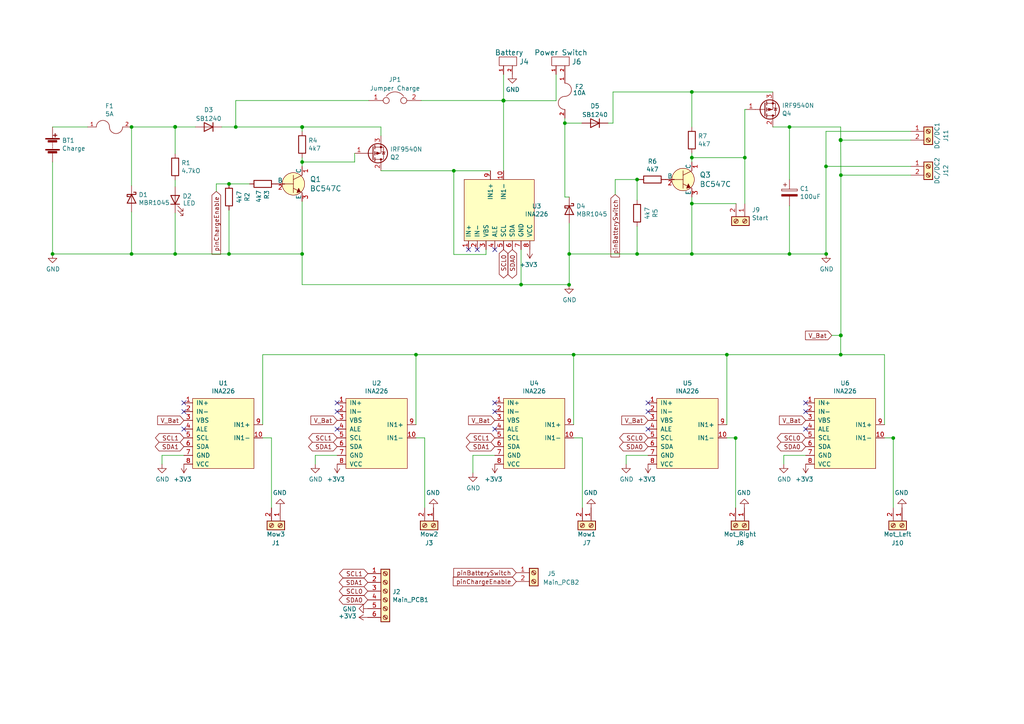
<source format=kicad_sch>
(kicad_sch (version 20211123) (generator eeschema)
  (paper "A4")
  (title_block (title "PowerPCB") (date "2023-04-12") (rev "v1.08") (comment 1 "Redesign by S.D original by Bernard") (comment 2 "Designed for TeensyMower"))
  (lib_symbols
    (symbol "Connector:Screw_Terminal_01x02" (pin_names (offset 1.016) hide)
      (property "Reference" "J" (at 0 2.54 0))
      (property "Value" "Screw_Terminal_01x02" (at 0 -5.08 0))
      (symbol "Screw_Terminal_01x02_1_1"
        (rectangle (start -1.27 1.27) (end 1.27 -3.81) (stroke (width 0.254)) (fill (type background)))
        (circle (center 0 -2.54) (radius 0.635) (stroke (width 0.1524)))
        (polyline (pts (xy -0.5334 -2.2098) (xy 0.3302 -3.048)) (stroke (width 0.1524)))
        (polyline (pts (xy -0.5334 0.3302) (xy 0.3302 -0.508)) (stroke (width 0.1524)))
        (polyline (pts (xy -0.3556 -2.032) (xy 0.508 -2.8702)) (stroke (width 0.1524)))
        (polyline (pts (xy -0.3556 0.508) (xy 0.508 -0.3302)) (stroke (width 0.1524)))
        (circle (center 0 0) (radius 0.635) (stroke (width 0.1524)))
        (pin passive line (at -5.08 0 0) (length 3.81) (name "Pin_1") (number "1"))
        (pin passive line (at -5.08 -2.54 0) (length 3.81) (name "Pin_2") (number "2"))
      )
    )
    (symbol "Connector:Screw_Terminal_01x06" (pin_names (offset 1.016) hide)
      (property "Reference" "J" (at 0 7.62 0))
      (property "Value" "Screw_Terminal_01x06" (at 0 -10.16 0))
      (symbol "Screw_Terminal_01x06_1_1"
        (rectangle (start -1.27 6.35) (end 1.27 -8.89) (stroke (width 0.254)) (fill (type background)))
        (circle (center 0 -7.62) (radius 0.635) (stroke (width 0.1524)))
        (circle (center 0 -5.08) (radius 0.635) (stroke (width 0.1524)))
        (circle (center 0 -2.54) (radius 0.635) (stroke (width 0.1524)))
        (polyline (pts (xy -0.5334 -7.2898) (xy 0.3302 -8.128)) (stroke (width 0.1524)))
        (polyline (pts (xy -0.5334 -4.7498) (xy 0.3302 -5.588)) (stroke (width 0.1524)))
        (polyline (pts (xy -0.5334 -2.2098) (xy 0.3302 -3.048)) (stroke (width 0.1524)))
        (polyline (pts (xy -0.5334 0.3302) (xy 0.3302 -0.508)) (stroke (width 0.1524)))
        (polyline (pts (xy -0.5334 2.8702) (xy 0.3302 2.032)) (stroke (width 0.1524)))
        (polyline (pts (xy -0.5334 5.4102) (xy 0.3302 4.572)) (stroke (width 0.1524)))
        (polyline (pts (xy -0.3556 -7.112) (xy 0.508 -7.9502)) (stroke (width 0.1524)))
        (polyline (pts (xy -0.3556 -4.572) (xy 0.508 -5.4102)) (stroke (width 0.1524)))
        (polyline (pts (xy -0.3556 -2.032) (xy 0.508 -2.8702)) (stroke (width 0.1524)))
        (polyline (pts (xy -0.3556 0.508) (xy 0.508 -0.3302)) (stroke (width 0.1524)))
        (polyline (pts (xy -0.3556 3.048) (xy 0.508 2.2098)) (stroke (width 0.1524)))
        (polyline (pts (xy -0.3556 5.588) (xy 0.508 4.7498)) (stroke (width 0.1524)))
        (circle (center 0 0) (radius 0.635) (stroke (width 0.1524)))
        (circle (center 0 2.54) (radius 0.635) (stroke (width 0.1524)))
        (circle (center 0 5.08) (radius 0.635) (stroke (width 0.1524)))
        (pin passive line (at -5.08 5.08 0) (length 3.81) (name "Pin_1") (number "1"))
        (pin passive line (at -5.08 2.54 0) (length 3.81) (name "Pin_2") (number "2"))
        (pin passive line (at -5.08 0 0) (length 3.81) (name "Pin_3") (number "3"))
        (pin passive line (at -5.08 -2.54 0) (length 3.81) (name "Pin_4") (number "4"))
        (pin passive line (at -5.08 -5.08 0) (length 3.81) (name "Pin_5") (number "5"))
        (pin passive line (at -5.08 -7.62 0) (length 3.81) (name "Pin_6") (number "6"))
      )
    )
    (symbol "Device:Battery" (pin_numbers hide) (pin_names (offset 0) hide)
      (property "Reference" "BT" (at 2.54 2.54 0))
      (property "Value" "Battery" (at 2.54 0 0))
      (symbol "Battery_0_1"
        (rectangle (start -2.032 -1.397) (end 2.032 -1.651) (fill (type outline)))
        (rectangle (start -2.032 1.778) (end 2.032 1.524) (fill (type outline)))
        (rectangle (start -1.3208 -1.9812) (end 1.27 -2.4892) (fill (type outline)))
        (rectangle (start -1.3208 1.1938) (end 1.27 0.6858) (fill (type outline)))
        (polyline (pts (xy 0 -1.524) (xy 0 -1.27)))
        (polyline (pts (xy 0 -1.016) (xy 0 -0.762)))
        (polyline (pts (xy 0 -0.508) (xy 0 -0.254)))
        (polyline (pts (xy 0 0) (xy 0 0.254)))
        (polyline (pts (xy 0 0.508) (xy 0 0.762)))
        (polyline (pts (xy 0 1.778) (xy 0 2.54)))
        (polyline (pts (xy 0.254 2.667) (xy 1.27 2.667)) (stroke (width 0.254)))
        (polyline (pts (xy 0.762 3.175) (xy 0.762 2.159)) (stroke (width 0.254)))
      )
      (symbol "Battery_1_1"
        (pin passive line (at 0 5.08 270) (length 2.54) (name "+") (number "1"))
        (pin passive line (at 0 -5.08 90) (length 2.54) (name "-") (number "2"))
      )
    )
    (symbol "Device:CP" (pin_numbers hide) (pin_names (offset 0.254))
      (property "Reference" "C" (at 0.635 2.54 0))
      (property "Value" "CP" (at 0.635 -2.54 0))
      (symbol "CP_0_1"
        (rectangle (start -2.286 0.508) (end 2.286 1.016))
        (polyline (pts (xy -1.778 2.286) (xy -0.762 2.286)))
        (polyline (pts (xy -1.27 2.794) (xy -1.27 1.778)))
        (rectangle (start 2.286 -0.508) (end -2.286 -1.016) (fill (type outline)))
      )
      (symbol "CP_1_1"
        (pin passive line (at 0 3.81 270) (length 2.794) (name "~") (number "1"))
        (pin passive line (at 0 -3.81 90) (length 2.794) (name "~") (number "2"))
      )
    )
    (symbol "Device:Jumper" (pin_names (offset 0.762) hide)
      (property "Reference" "JP" (at 0 3.81 0))
      (property "Value" "Jumper" (at 0 -2.032 0))
      (symbol "Jumper_0_1"
        (circle (center -2.54 0) (radius 0.889))
        (arc (start 2.5146 1.27) (mid 0.0078 2.5097) (end -2.4892 1.27))
        (circle (center 2.54 0) (radius 0.889))
        (pin passive line (at -7.62 0 0) (length 4.191) (name "1") (number "1"))
        (pin passive line (at 7.62 0 180) (length 4.191) (name "2") (number "2"))
      )
    )
    (symbol "Device:LED" (pin_numbers hide) (pin_names (offset 1.016) hide)
      (property "Reference" "D" (at 0 2.54 0))
      (property "Value" "LED" (at 0 -2.54 0))
      (symbol "LED_0_1"
        (polyline (pts (xy -1.27 -1.27) (xy -1.27 1.27)) (stroke (width 0.254)))
        (polyline (pts (xy -1.27 0) (xy 1.27 0)))
        (polyline (pts (xy 1.27 -1.27) (xy 1.27 1.27) (xy -1.27 0) (xy 1.27 -1.27)) (stroke (width 0.254)))
        (polyline (pts (xy -3.048 -0.762) (xy -4.572 -2.286) (xy -3.81 -2.286) (xy -4.572 -2.286) (xy -4.572 -1.524)))
        (polyline (pts (xy -1.778 -0.762) (xy -3.302 -2.286) (xy -2.54 -2.286) (xy -3.302 -2.286) (xy -3.302 -1.524)))
      )
      (symbol "LED_1_1"
        (pin passive line (at -3.81 0 0) (length 2.54) (name "K") (number "1"))
        (pin passive line (at 3.81 0 180) (length 2.54) (name "A") (number "2"))
      )
    )
    (symbol "Device:R" (pin_numbers hide) (pin_names (offset 0))
      (property "Reference" "R" (at 2.032 0 90))
      (property "Value" "R" (at 0 0 90))
      (symbol "R_0_1"
        (rectangle (start -1.016 -2.54) (end 1.016 2.54) (stroke (width 0.254)))
      )
      (symbol "R_1_1"
        (pin passive line (at 0 3.81 270) (length 1.27) (name "~") (number "1"))
        (pin passive line (at 0 -3.81 90) (length 1.27) (name "~") (number "2"))
      )
    )
    (symbol "Diode:1N5401" (pin_numbers hide) (pin_names (offset 1.016) hide)
      (property "Reference" "D" (at 0 2.54 0))
      (property "Value" "1N5401" (at 0 -2.54 0))
      (symbol "1N5401_0_1"
        (polyline (pts (xy -1.27 1.27) (xy -1.27 -1.27)) (stroke (width 0.254)))
        (polyline (pts (xy 1.27 0) (xy -1.27 0)))
        (polyline (pts (xy 1.27 1.27) (xy 1.27 -1.27) (xy -1.27 0) (xy 1.27 1.27)) (stroke (width 0.254)))
      )
      (symbol "1N5401_1_1"
        (pin passive line (at -3.81 0 0) (length 2.54) (name "K") (number "1"))
        (pin passive line (at 3.81 0 180) (length 2.54) (name "A") (number "2"))
      )
    )
    (symbol "Diode:MBR745" (pin_numbers hide) (pin_names (offset 1.016) hide)
      (property "Reference" "D" (at 0 2.54 0))
      (property "Value" "MBR745" (at 0 -2.54 0))
      (symbol "MBR745_0_1"
        (polyline (pts (xy 1.27 0) (xy -1.27 0)))
        (polyline (pts (xy 1.27 1.27) (xy 1.27 -1.27) (xy -1.27 0) (xy 1.27 1.27)) (stroke (width 0.254)))
        (polyline (pts (xy -1.905 0.635) (xy -1.905 1.27) (xy -1.27 1.27) (xy -1.27 -1.27) (xy -0.635 -1.27) (xy -0.635 -0.635)) (stroke (width 0.254)))
      )
      (symbol "MBR745_1_1"
        (pin passive line (at -3.81 0 0) (length 2.54) (name "K") (number "1"))
        (pin passive line (at 3.81 0 180) (length 2.54) (name "A") (number "2"))
      )
    )
    (symbol "Mechanical:MountingHole_Pad" (pin_numbers hide) (pin_names (offset 1.016) hide)
      (property "Reference" "H" (at 0 6.35 0))
      (property "Value" "MountingHole_Pad" (at 0 4.445 0))
      (symbol "MountingHole_Pad_0_1"
        (circle (center 0 1.27) (radius 1.27) (stroke (width 1.27)))
      )
      (symbol "MountingHole_Pad_1_1"
        (pin input line (at 0 -2.54 90) (length 2.54) (name "1") (number "1"))
      )
    )
    (symbol "Transistor_FET:IRF9540N" (pin_names hide)
      (property "Reference" "Q" (at 5.08 1.905 0))
      (property "Value" "IRF9540N" (at 5.08 0 0))
      (symbol "IRF9540N_0_1"
        (polyline (pts (xy 0.254 0) (xy -2.54 0)))
        (polyline (pts (xy 0.254 1.905) (xy 0.254 -1.905)) (stroke (width 0.254)))
        (polyline (pts (xy 0.762 -1.27) (xy 0.762 -2.286)) (stroke (width 0.254)))
        (polyline (pts (xy 0.762 0.508) (xy 0.762 -0.508)) (stroke (width 0.254)))
        (polyline (pts (xy 0.762 2.286) (xy 0.762 1.27)) (stroke (width 0.254)))
        (polyline (pts (xy 2.54 2.54) (xy 2.54 1.778)))
        (polyline (pts (xy 2.54 -2.54) (xy 2.54 0) (xy 0.762 0)))
        (polyline (pts (xy 0.762 1.778) (xy 3.302 1.778) (xy 3.302 -1.778) (xy 0.762 -1.778)))
        (polyline (pts (xy 2.286 0) (xy 1.27 0.381) (xy 1.27 -0.381) (xy 2.286 0)) (fill (type outline)))
        (polyline (pts (xy 2.794 -0.508) (xy 2.921 -0.381) (xy 3.683 -0.381) (xy 3.81 -0.254)))
        (polyline (pts (xy 3.302 -0.381) (xy 2.921 0.254) (xy 3.683 0.254) (xy 3.302 -0.381)))
        (circle (center 1.651 0) (radius 2.794) (stroke (width 0.254)))
        (circle (center 2.54 -1.778) (radius 0.254) (fill (type outline)))
        (circle (center 2.54 1.778) (radius 0.254) (fill (type outline)))
      )
      (symbol "IRF9540N_1_1"
        (pin input line (at -5.08 0 0) (length 2.54) (name "G") (number "1"))
        (pin passive line (at 2.54 5.08 270) (length 2.54) (name "D") (number "2"))
        (pin passive line (at 2.54 -5.08 90) (length 2.54) (name "S") (number "3"))
      )
    )
    (symbol "charge_pcb-rescue:BC548BTA-dk_Transistors-Bipolar-BJT-Single-charge_pcb-rescue" (pin_names (offset 0))
      (property "Reference" "Q" (at -3.2004 4.2164 0))
      (property "Value" "BC548BTA-dk_Transistors-Bipolar-BJT-Single-charge_pcb-rescue" (at 5.2324 0 90))
      (symbol "BC548BTA-dk_Transistors-Bipolar-BJT-Single-charge_pcb-rescue_0_1"
        (polyline (pts (xy -3.81 0) (xy -2.54 0)))
        (polyline (pts (xy -3.556 0) (xy 0 0)))
        (polyline (pts (xy 0 -1.27) (xy 2.54 -2.54)))
        (polyline (pts (xy 0 1.27) (xy 2.54 2.54)))
        (polyline (pts (xy 0 2.54) (xy 0 -2.54)))
        (polyline (pts (xy 1.524 -1.27) (xy 2.032 -2.286) (xy 1.016 -2.54) (xy 1.524 -1.27)) (fill (type outline)))
        (circle (center 0 0) (radius 3.2512) (fill (type background)))
      )
      (symbol "BC548BTA-dk_Transistors-Bipolar-BJT-Single-charge_pcb-rescue_1_1"
        (pin passive line (at 2.54 5.08 270) (length 2.54) (name "C") (number "1"))
        (pin input line (at -5.08 0 0) (length 2.54) (name "B") (number "2"))
        (pin passive line (at 2.54 -5.08 90) (length 2.54) (name "E") (number "3"))
      )
    )
    (symbol "charge_pcb-rescue:FUSE-Zimprich-charge_pcb-rescue" (pin_names (offset 0.254))
      (property "Reference" "F" (at 2.54 1.27 0))
      (property "Value" "FUSE-Zimprich-charge_pcb-rescue" (at -2.54 -1.27 0))
      (symbol "FUSE-Zimprich-charge_pcb-rescue_0_1"
        (arc (start 0 0) (mid -1.905 1.905) (end -3.81 0))
        (arc (start 0 0) (mid 1.905 -1.905) (end 3.81 0))
      )
      (symbol "FUSE-Zimprich-charge_pcb-rescue_1_1"
        (pin input line (at -6.35 0 0) (length 2.54) (name "~") (number "1"))
        (pin input line (at 6.35 0 180) (length 2.54) (name "~") (number "2"))
      )
    )
    (symbol "charge_pcb-rescue:GND-Lötpad_2,5mm-charge_pcb-rescue" (power) (pin_names (offset 0))
      (property "Value" "GND-Lötpad_2,5mm-charge_pcb-rescue" (at 0 -3.81 0))
      (symbol "GND-Lötpad_2,5mm-charge_pcb-rescue_0_1"
        (polyline (pts (xy 0 0) (xy 0 -1.27) (xy 1.27 -1.27) (xy 0 -2.54) (xy -1.27 -1.27) (xy 0 -1.27)))
      )
      (symbol "GND-Lötpad_2,5mm-charge_pcb-rescue_1_1"
        (pin power_in line (at 0 0 270) (length 0) hide (name "GND") (number "1"))
      )
    )
    (symbol "charge_pcb-rescue:HEADER_2-Zimprich-charge_pcb-rescue" (pin_names (offset 0))
      (property "Reference" "J" (at 0 3.81 0))
      (property "Value" "HEADER_2-Zimprich-charge_pcb-rescue" (at 0 -3.81 0))
      (symbol "HEADER_2-Zimprich-charge_pcb-rescue_0_1"
        (rectangle (start 2.54 2.54) (end 0 -2.54))
      )
      (symbol "HEADER_2-Zimprich-charge_pcb-rescue_1_1"
        (pin passive line (at -2.54 1.27 0) (length 2.54) (name "~") (number "1"))
        (pin passive line (at -2.54 -1.27 0) (length 2.54) (name "~") (number "2"))
      )
    )
    (symbol "charge_pcb-rescue:INA226-Sense_I2C" (pin_names (offset 1.016))
      (property "Reference" "U" (at 0 11.43 0))
      (property "Value" "INA226-Sense_I2C" (at 3.81 -6.35 0))
      (symbol "INA226-Sense_I2C_0_1"
        (rectangle (start 8.89 -10.16) (end -8.89 10.16) (fill (type background)))
      )
      (symbol "INA226-Sense_I2C_1_1"
        (pin input line (at -11.43 8.89 0) (length 2.54) (name "IN+") (number "1"))
        (pin input line (at 11.43 -1.27 180) (length 2.54) (name "IN1-") (number "10"))
        (pin input line (at -11.43 6.35 0) (length 2.54) (name "IN-") (number "2"))
        (pin input line (at -11.43 3.81 0) (length 2.54) (name "VBS") (number "3"))
        (pin input line (at -11.43 1.27 0) (length 2.54) (name "ALE") (number "4"))
        (pin bidirectional line (at -11.43 -1.27 0) (length 2.54) (name "SCL") (number "5"))
        (pin bidirectional line (at -11.43 -3.81 0) (length 2.54) (name "SDA") (number "6"))
        (pin input line (at -11.43 -6.35 0) (length 2.54) (name "GND") (number "7"))
        (pin input line (at -11.43 -8.89 0) (length 2.54) (name "VCC") (number "8"))
        (pin input line (at 11.43 2.54 180) (length 2.54) (name "IN1+") (number "9"))
      )
    )
    (symbol "power:+3.3V" (power) (pin_names (offset 0))
      (property "Value" "+3.3V" (at 0 3.556 0))
      (symbol "+3.3V_0_1"
        (polyline (pts (xy -0.762 1.27) (xy 0 2.54)))
        (polyline (pts (xy 0 0) (xy 0 2.54)))
        (polyline (pts (xy 0 2.54) (xy 0.762 1.27)))
      )
      (symbol "+3.3V_1_1"
        (pin power_in line (at 0 0 90) (length 0) hide (name "+3V3") (number "1"))
      )
    )
    (symbol "power:+3V3" (power) (pin_names (offset 0))
      (property "Value" "+3V3" (at 0 3.556 0))
      (symbol "+3V3_0_1"
        (polyline (pts (xy -0.762 1.27) (xy 0 2.54)))
        (polyline (pts (xy 0 0) (xy 0 2.54)))
        (polyline (pts (xy 0 2.54) (xy 0.762 1.27)))
      )
      (symbol "+3V3_1_1"
        (pin power_in line (at 0 0 90) (length 0) hide (name "+3V3") (number "1"))
      )
    )
    (symbol "power:GND" (power) (pin_names (offset 0))
      (property "Value" "GND" (at 0 -3.81 0))
      (symbol "GND_0_1"
        (polyline (pts (xy 0 0) (xy 0 -1.27) (xy 1.27 -1.27) (xy 0 -2.54) (xy -1.27 -1.27) (xy 0 -1.27)))
      )
      (symbol "GND_1_1"
        (pin power_in line (at 0 0 270) (length 0) hide (name "GND") (number "1"))
      )
    )
  )
  (junction (at 15.24 73.66))
  (junction (at 38.1508 73.66))
  (junction (at 213.36 127.0508))
  (junction (at 38.1508 36.83))
  (junction (at 243.8908 97.282))
  (junction (at 146.05 29.21))
  (junction (at 210.82 102.87))
  (junction (at 66.421 73.66))
  (junction (at 200.66 45.72))
  (junction (at 200.66 26.67))
  (junction (at 165.1 73.66))
  (junction (at 87.63 73.66))
  (junction (at 145.9992 29.1592))
  (junction (at 165.0492 82.6008))
  (junction (at 87.63 36.83))
  (junction (at 166.37 102.87))
  (junction (at 243.84 40.64))
  (junction (at 239.6236 73.66))
  (junction (at 87.63 46.99))
  (junction (at 239.5728 48.26))
  (junction (at 163.83 35.7124))
  (junction (at 68.3768 36.83))
  (junction (at 120.65 102.87))
  (junction (at 66.421 53.34))
  (junction (at 259.08 127.0508))
  (junction (at 228.981 73.66))
  (junction (at 243.84 40.6908))
  (junction (at 243.8908 50.8))
  (junction (at 50.8 73.66))
  (junction (at 228.981 36.83))
  (junction (at 87.63 36.8808))
  (junction (at 243.84 40.5892))
  (junction (at 200.66 59.055))
  (junction (at 243.7892 40.5892))
  (junction (at 131.6228 49.53))
  (junction (at 243.84 97.282))
  (junction (at 50.8 36.7792))
  (junction (at 184.785 52.07))
  (junction (at 216.027 45.72))
  (junction (at 50.8 36.83))
  (junction (at 151.13 82.55))
  (junction (at 243.84 102.87))
  (junction (at 146.05 29.1592))
  (junction (at 200.66 73.66))
  (junction (at 184.785 73.66))
  (no_connect (at 187.96 119.38))
  (no_connect (at 233.68 124.46))
  (no_connect (at 97.79 124.46))
  (no_connect (at 53.34 119.38))
  (no_connect (at 53.34 124.46))
  (no_connect (at 187.96 124.46))
  (no_connect (at 138.43 72.39))
  (no_connect (at 135.89 72.39))
  (no_connect (at 233.68 119.38))
  (no_connect (at 143.51 72.39))
  (no_connect (at 187.96 116.84))
  (no_connect (at 143.51 119.38))
  (no_connect (at 97.79 119.38))
  (no_connect (at 143.51 116.84))
  (no_connect (at 233.68 116.84))
  (no_connect (at 97.79 116.84))
  (no_connect (at 53.34 116.84))
  (no_connect (at 143.51 124.46))
  (wire (pts (xy 163.83 35.7124) (xy 168.7576 35.7124)))
  (wire (pts (xy 66.421 53.34) (xy 72.39 53.34)))
  (wire (pts (xy 131.6228 73.8124) (xy 140.97 73.8124)))
  (wire (pts (xy 66.421 60.96) (xy 66.421 73.66)))
  (wire (pts (xy 87.63 46.99) (xy 87.63 48.26)))
  (wire (pts (xy 210.82 127) (xy 213.36 127)))
  (wire (pts (xy 131.6228 49.53) (xy 142.24 49.53)))
  (wire (pts (xy 66.421 73.66) (xy 87.63 73.66)))
  (wire (pts (xy 184.785 52.07) (xy 178.435 52.07)))
  (wire (pts (xy 200.66 73.66) (xy 228.981 73.66)))
  (wire (pts (xy 97.79 132.08) (xy 91.44 132.08)))
  (wire (pts (xy 87.63 82.55) (xy 151.13 82.55)))
  (wire (pts (xy 38.1508 53.848) (xy 38.1508 36.83)))
  (wire (pts (xy 243.8908 50.8) (xy 264.16 50.8)))
  (wire (pts (xy 243.84 40.64) (xy 243.84 40.6908)))
  (wire (pts (xy 38.1508 36.83) (xy 50.8 36.83)))
  (wire (pts (xy 64.3128 36.83) (xy 68.3768 36.83)))
  (wire (pts (xy 213.36 127.0508) (xy 213.36 147.32)))
  (wire (pts (xy 163.83 34.29) (xy 163.83 35.7124)))
  (wire (pts (xy 166.37 102.87) (xy 210.82 102.87)))
  (wire (pts (xy 146.05 29.1592) (xy 146.05 29.21)))
  (wire (pts (xy 264.16 48.26) (xy 239.5728 48.26)))
  (wire (pts (xy 228.981 36.83) (xy 243.84 36.83)))
  (wire (pts (xy 15.24 73.66) (xy 38.1508 73.66)))
  (wire (pts (xy 50.8 36.83) (xy 56.6928 36.83)))
  (wire (pts (xy 87.63 36.83) (xy 110.49 36.83)))
  (wire (pts (xy 241.2492 97.282) (xy 243.84 97.282)))
  (wire (pts (xy 216.535 31.75) (xy 216.027 31.75)))
  (wire (pts (xy 50.8 61.7728) (xy 50.8 73.66)))
  (wire (pts (xy 184.785 65.659) (xy 184.785 73.66)))
  (wire (pts (xy 53.34 132.08) (xy 46.99 132.08)))
  (wire (pts (xy 200.66 26.67) (xy 200.66 36.83)))
  (wire (pts (xy 140.97 73.8124) (xy 140.97 72.39)))
  (wire (pts (xy 166.37 123.19) (xy 166.37 102.87)))
  (wire (pts (xy 200.66 57.15) (xy 200.66 59.055)))
  (wire (pts (xy 161.29 21.59) (xy 161.29 29.21)))
  (wire (pts (xy 76.2 123.19) (xy 76.2 102.87)))
  (wire (pts (xy 87.63 46.99) (xy 102.87 46.99)))
  (wire (pts (xy 243.84 36.83) (xy 243.84 40.5892)))
  (wire (pts (xy 62.738 53.34) (xy 62.738 55.499)))
  (wire (pts (xy 91.44 132.08) (xy 91.44 134.62)))
  (wire (pts (xy 200.66 44.45) (xy 200.66 45.72)))
  (wire (pts (xy 228.981 73.66) (xy 239.5728 73.66)))
  (wire (pts (xy 50.8 73.66) (xy 66.421 73.66)))
  (wire (pts (xy 168.91 127) (xy 168.91 147.32)))
  (wire (pts (xy 200.66 45.72) (xy 216.027 45.72)))
  (wire (pts (xy 165.1 73.66) (xy 165.1 64.77)))
  (wire (pts (xy 38.1508 61.468) (xy 38.1508 73.66)))
  (wire (pts (xy 87.63 36.8808) (xy 87.63 38.1)))
  (wire (pts (xy 50.8 36.83) (xy 50.8 44.6024)))
  (wire (pts (xy 137.16 132.08) (xy 137.16 137.16)))
  (wire (pts (xy 177.8 35.7124) (xy 177.8 26.67)))
  (wire (pts (xy 151.13 72.39) (xy 151.13 82.55)))
  (wire (pts (xy 243.7892 40.5892) (xy 243.84 40.5892)))
  (wire (pts (xy 187.96 132.08) (xy 181.61 132.08)))
  (wire (pts (xy 213.36 127) (xy 213.36 127.0508)))
  (wire (pts (xy 181.61 132.08) (xy 181.61 134.62)))
  (wire (pts (xy 15.24 36.83) (xy 25.4 36.83)))
  (wire (pts (xy 143.51 132.08) (xy 137.16 132.08)))
  (wire (pts (xy 200.66 45.72) (xy 200.66 46.99)))
  (wire (pts (xy 243.84 40.5892) (xy 243.84 40.64)))
  (wire (pts (xy 110.49 49.53) (xy 131.6228 49.53)))
  (wire (pts (xy 165.1 73.66) (xy 184.785 73.66)))
  (wire (pts (xy 228.981 59.69) (xy 228.981 73.66)))
  (wire (pts (xy 216.027 45.72) (xy 216.027 59.055)))
  (wire (pts (xy 76.2 127) (xy 78.74 127)))
  (wire (pts (xy 224.155 36.83) (xy 228.981 36.83)))
  (wire (pts (xy 68.3768 29.1592) (xy 106.934 29.1592)))
  (wire (pts (xy 87.63 45.72) (xy 87.63 46.99)))
  (wire (pts (xy 50.8 52.2224) (xy 50.8 54.1528)))
  (wire (pts (xy 200.66 59.055) (xy 200.66 73.66)))
  (wire (pts (xy 110.49 36.83) (xy 110.49 39.37)))
  (wire (pts (xy 78.74 127) (xy 78.74 147.32)))
  (wire (pts (xy 259.08 127) (xy 259.08 127.0508)))
  (wire (pts (xy 216.027 31.75) (xy 216.027 45.72)))
  (wire (pts (xy 184.785 58.039) (xy 184.785 52.07)))
  (wire (pts (xy 120.65 102.87) (xy 166.37 102.87)))
  (wire (pts (xy 131.6228 49.53) (xy 131.6228 73.8124)))
  (wire (pts (xy 38.1508 73.66) (xy 50.8 73.66)))
  (wire (pts (xy 123.19 127) (xy 123.19 147.32)))
  (wire (pts (xy 228.981 52.07) (xy 228.981 36.83)))
  (wire (pts (xy 264.16 38.1) (xy 239.5728 38.1)))
  (wire (pts (xy 243.84 40.64) (xy 243.8908 50.8)))
  (wire (pts (xy 256.54 102.87) (xy 256.54 123.19)))
  (wire (pts (xy 210.82 123.19) (xy 210.82 102.87)))
  (wire (pts (xy 122.174 29.1592) (xy 145.9992 29.1592)))
  (wire (pts (xy 200.66 26.67) (xy 224.155 26.67)))
  (wire (pts (xy 259.08 127.0508) (xy 259.08 147.32)))
  (wire (pts (xy 233.68 132.08) (xy 227.33 132.08)))
  (wire (pts (xy 184.785 73.66) (xy 200.66 73.66)))
  (wire (pts (xy 256.54 127) (xy 259.08 127)))
  (wire (pts (xy 239.5728 48.26) (xy 239.5728 73.66)))
  (wire (pts (xy 243.84 102.87) (xy 256.54 102.87)))
  (wire (pts (xy 146.05 29.21) (xy 146.05 49.53)))
  (wire (pts (xy 243.84 40.64) (xy 264.16 40.64)))
  (wire (pts (xy 68.3768 36.83) (xy 68.3768 29.1592)))
  (wire (pts (xy 38.1 36.83) (xy 38.1508 36.83)))
  (wire (pts (xy 120.65 127) (xy 123.19 127)))
  (wire (pts (xy 166.37 127) (xy 168.91 127)))
  (wire (pts (xy 213.487 59.055) (xy 200.66 59.055)))
  (wire (pts (xy 66.421 53.34) (xy 62.738 53.34)))
  (wire (pts (xy 243.84 97.282) (xy 243.84 102.87)))
  (wire (pts (xy 163.83 35.7124) (xy 163.83 57.15)))
  (wire (pts (xy 151.13 82.55) (xy 165.1 82.55)))
  (wire (pts (xy 145.9992 29.1592) (xy 146.05 29.1592)))
  (wire (pts (xy 177.8 26.67) (xy 200.66 26.67)))
  (wire (pts (xy 239.5728 38.1) (xy 239.5728 48.26)))
  (wire (pts (xy 87.63 73.66) (xy 87.63 58.42)))
  (wire (pts (xy 227.33 132.08) (xy 227.33 134.62)))
  (wire (pts (xy 146.05 21.59) (xy 146.05 29.1592)))
  (wire (pts (xy 243.8908 50.8) (xy 243.8908 97.282)))
  (wire (pts (xy 76.2 102.87) (xy 120.65 102.87)))
  (wire (pts (xy 120.65 123.19) (xy 120.65 102.87)))
  (wire (pts (xy 87.63 82.55) (xy 87.63 73.66)))
  (wire (pts (xy 46.99 132.08) (xy 46.99 134.62)))
  (wire (pts (xy 185.42 52.07) (xy 184.785 52.07)))
  (wire (pts (xy 15.24 73.66) (xy 15.24 46.99)))
  (wire (pts (xy 161.29 29.21) (xy 146.05 29.21)))
  (wire (pts (xy 68.3768 36.83) (xy 87.63 36.83)))
  (wire (pts (xy 178.435 52.07) (xy 178.435 56.388)))
  (wire (pts (xy 50.8 36.83) (xy 50.8 36.7792)))
  (wire (pts (xy 176.3776 35.7124) (xy 177.8 35.7124)))
  (wire (pts (xy 102.87 46.99) (xy 102.87 44.45)))
  (wire (pts (xy 87.63 36.83) (xy 87.63 36.8808)))
  (wire (pts (xy 243.84 102.87) (xy 210.82 102.87)))
  (wire (pts (xy 243.8908 97.282) (xy 243.84 97.282)))
  (wire (pts (xy 163.83 57.15) (xy 165.1 57.15)))
  (wire (pts (xy 165.1 82.55) (xy 165.1 73.66)))
  (global_label "SDA1" (shape bidirectional) (at 53.34 129.54 180) (property "Intersheet References" "${INTERSHEET_REFS}" (effects hide)))
  (global_label "SDA1" (shape bidirectional) (at 106.68 168.91 180) (property "Intersheet References" "${INTERSHEET_REFS}" (effects hide)))
  (global_label "SCL1" (shape bidirectional) (at 143.51 127 180) (property "Intersheet References" "${INTERSHEET_REFS}" (effects hide)))
  (global_label "V_Bat" (shape input) (at 53.34 121.92 180) (property "Intersheet References" "${INTERSHEET_REFS}" (effects hide)))
  (global_label "pinChargeEnable" (shape input) (at 149.733 168.656 180) (property "Intersheet References" "${INTERSHEET_REFS}" (effects hide)))
  (global_label "SDA0" (shape bidirectional) (at 106.68 173.99 180) (property "Intersheet References" "${INTERSHEET_REFS}" (effects hide)))
  (global_label "pinChargeEnable" (shape input) (at 62.738 55.499 270) (property "Intersheet References" "${INTERSHEET_REFS}" (effects hide)))
  (global_label "SDA1" (shape bidirectional) (at 143.51 129.54 180) (property "Intersheet References" "${INTERSHEET_REFS}" (effects hide)))
  (global_label "SCL0" (shape bidirectional) (at 106.68 171.45 180) (property "Intersheet References" "${INTERSHEET_REFS}" (effects hide)))
  (global_label "SCL0" (shape bidirectional) (at 187.96 127 180) (property "Intersheet References" "${INTERSHEET_REFS}" (effects hide)))
  (global_label "SDA0" (shape bidirectional) (at 233.68 129.54 180) (property "Intersheet References" "${INTERSHEET_REFS}" (effects hide)))
  (global_label "V_Bat" (shape input) (at 143.51 121.92 180) (property "Intersheet References" "${INTERSHEET_REFS}" (effects hide)))
  (global_label "pinBatterySwitch" (shape input) (at 149.733 166.116 180) (property "Intersheet References" "${INTERSHEET_REFS}" (effects hide)))
  (global_label "SDA0" (shape bidirectional) (at 148.59 72.39 270) (property "Intersheet References" "${INTERSHEET_REFS}" (effects hide)))
  (global_label "SCL1" (shape bidirectional) (at 106.68 166.37 180) (property "Intersheet References" "${INTERSHEET_REFS}" (effects hide)))
  (global_label "SDA1" (shape bidirectional) (at 97.79 129.54 180) (property "Intersheet References" "${INTERSHEET_REFS}" (effects hide)))
  (global_label "V_Bat" (shape input) (at 241.2492 97.282 180) (property "Intersheet References" "${INTERSHEET_REFS}" (effects hide)))
  (global_label "SCL1" (shape bidirectional) (at 97.79 127 180) (property "Intersheet References" "${INTERSHEET_REFS}" (effects hide)))
  (global_label "SDA0" (shape bidirectional) (at 187.96 129.54 180) (property "Intersheet References" "${INTERSHEET_REFS}" (effects hide)))
  (global_label "V_Bat" (shape input) (at 97.79 121.92 180) (property "Intersheet References" "${INTERSHEET_REFS}" (effects hide)))
  (global_label "pinBatterySwitch" (shape input) (at 178.435 56.388 270) (property "Intersheet References" "${INTERSHEET_REFS}" (effects hide)))
  (global_label "V_Bat" (shape input) (at 233.68 121.92 180) (property "Intersheet References" "${INTERSHEET_REFS}" (effects hide)))
  (global_label "SCL0" (shape bidirectional) (at 233.68 127 180) (property "Intersheet References" "${INTERSHEET_REFS}" (effects hide)))
  (global_label "SCL0" (shape bidirectional) (at 146.05 72.39 270) (property "Intersheet References" "${INTERSHEET_REFS}" (effects hide)))
  (global_label "SCL1" (shape bidirectional) (at 53.34 127 180) (property "Intersheet References" "${INTERSHEET_REFS}" (effects hide)))
  (global_label "V_Bat" (shape input) (at 187.96 121.92 180) (property "Intersheet References" "${INTERSHEET_REFS}" (effects hide)))
  (symbol (lib_id "Diode:MBR745") (at 38.1508 57.658 270) (unit 1)
    (property "Reference" "D1" (at 40.1828 56.4896 90) (effects (justify left)))
    (property "Value" "MBR1045" (at 40.1828 58.801 90) (effects (justify left)))
    (property "Footprint" "Package_TO_SOT_THT:TO-220-2_Vertical" (effects hide))
    (property "Datasheet" "http://www.onsemi.com/pub_link/Collateral/MBR735-D.PDF" (effects hide))
  )
  (symbol (lib_id "Device:Battery") (at 15.24 41.91 0) (unit 1)
    (property "Reference" "BT1" (at 17.9832 40.7416 0) (effects (justify left)))
    (property "Value" "Charge" (at 17.9832 43.053 0) (effects (justify left)))
    (property "Footprint" "Zimprich:Anschlussklemme_2P_RM5,08" (effects hide))
  )
  (symbol (lib_id "charge_pcb-rescue:FUSE-Zimprich-charge_pcb-rescue") (at 31.75 36.83 0) (unit 1)
    (property "Reference" "F1" (at 31.75 30.734 0))
    (property "Value" "5A" (at 31.75 33.0454 0))
    (property "Footprint" "Zimprich:Fuseholder_Reichelt_PL112000" (effects hide))
  )
  (symbol (lib_id "charge_pcb-rescue:BC548BTA-dk_Transistors-Bipolar-BJT-Single-charge_pcb-rescue") (at 85.09 53.34 0) (unit 1)
    (property "Reference" "Q1" (at 89.8652 51.9938 0) (effects (font (size 1.524 1.524)) (justify left)))
    (property "Value" "BC547C" (at 89.8652 54.6862 0) (effects (font (size 1.524 1.524)) (justify left)))
    (property "Footprint" "digikey-footprints:TO-92-3_Formed_Leads" (effects hide))
    (property "Datasheet" "https://media.digikey.com/pdf/Data%20Sheets/ON%20Semiconductor%20PDFs/BC546-50.pdf" (effects hide))
    (property "Digi-Key_PN" "BC548BTACT-ND" (effects hide))
    (property "MPN" "BC548BTA" (effects hide))
    (property "Category" "Discrete Semiconductor Products" (effects hide))
    (property "Family" "Transistors - Bipolar (BJT) - Single" (effects hide))
    (property "DK_Datasheet_Link" "https://media.digikey.com/pdf/Data%20Sheets/ON%20Semiconductor%20PDFs/BC546-50.pdf" (effects hide))
    (property "DK_Detail_Page" "/product-detail/en/on-semiconductor/BC548BTA/BC548BTACT-ND/4553029" (effects hide))
    (property "Description" "TRANS NPN 30V 0.1A TO-92" (effects hide))
    (property "Manufacturer" "ON Semiconductor" (effects hide))
    (property "Status" "Active" (effects hide))
  )
  (symbol (lib_id "Device:R") (at 87.63 41.91 0) (unit 1)
    (property "Reference" "R4" (at 89.408 40.7416 0) (effects (justify left)))
    (property "Value" "4k7" (at 89.408 43.053 0) (effects (justify left)))
    (property "Footprint" "Resistor_THT:R_Axial_DIN0207_L6.3mm_D2.5mm_P7.62mm_Horizontal" (effects hide))
  )
  (symbol (lib_id "Device:R") (at 76.2 53.34 270) (unit 1)
    (property "Reference" "R3" (at 77.3684 55.118 0) (effects (justify left)))
    (property "Value" "4k7" (at 75.057 55.118 0) (effects (justify left)))
    (property "Footprint" "Resistor_THT:R_Axial_DIN0207_L6.3mm_D2.5mm_P7.62mm_Horizontal" (effects hide))
  )
  (symbol (lib_id "charge_pcb-rescue:HEADER_2-Zimprich-charge_pcb-rescue") (at 162.56 19.05 90) (unit 1)
    (property "Reference" "J6" (at 165.8112 17.907 90) (effects (font (size 1.524 1.524)) (justify right)))
    (property "Value" "Power Switch" (at 154.94 15.24 90) (effects (font (size 1.524 1.524)) (justify right)))
    (property "Footprint" "TerminalBlock:TerminalBlock_bornier-2_P5.08mm" (effects hide))
  )
  (symbol (lib_id "charge_pcb-rescue:HEADER_2-Zimprich-charge_pcb-rescue") (at 147.32 19.05 90) (unit 1)
    (property "Reference" "J4" (at 150.5712 17.907 90) (effects (font (size 1.524 1.524)) (justify right)))
    (property "Value" "Battery" (at 143.51 15.24 90) (effects (font (size 1.524 1.524)) (justify right)))
    (property "Footprint" "TerminalBlock:TerminalBlock_bornier-2_P5.08mm" (effects hide))
  )
  (symbol (lib_id "Device:R") (at 50.8 48.4124 0) (unit 1)
    (property "Reference" "R1" (at 52.578 47.244 0) (effects (justify left)))
    (property "Value" "4.7kO" (at 52.578 49.5554 0) (effects (justify left)))
    (property "Footprint" "Resistor_THT:R_Axial_DIN0207_L6.3mm_D2.5mm_P7.62mm_Horizontal" (effects hide))
  )
  (symbol (lib_id "charge_pcb-rescue:FUSE-Zimprich-charge_pcb-rescue") (at 163.83 27.94 270) (unit 1)
    (property "Reference" "F2" (at 166.7256 25.146 90) (effects (justify left)))
    (property "Value" "10A" (at 166.1668 26.924 90) (effects (justify left)))
    (property "Footprint" "Zimprich:Fuseholder_Reichelt_PL112000" (effects hide))
  )
  (symbol (lib_id "power:GND") (at 148.59 21.59 0) (unit 1)
    (property "Reference" "#PWR012" (effects hide))
    (property "Value" "GND" (at 148.717 25.9842 0))
  )
  (symbol (lib_id "Diode:MBR745") (at 165.1 60.96 270) (unit 1)
    (property "Reference" "D4" (at 167.132 59.7916 90) (effects (justify left)))
    (property "Value" "MBR1045" (at 167.132 62.103 90) (effects (justify left)))
    (property "Footprint" "Package_TO_SOT_THT:TO-220-2_Vertical" (effects hide))
    (property "Datasheet" "http://www.onsemi.com/pub_link/Collateral/MBR735-D.PDF" (effects hide))
  )
  (symbol (lib_id "charge_pcb-rescue:BC548BTA-dk_Transistors-Bipolar-BJT-Single-charge_pcb-rescue") (at 198.12 52.07 0) (unit 1)
    (property "Reference" "Q3" (at 202.8952 50.7238 0) (effects (font (size 1.524 1.524)) (justify left)))
    (property "Value" "BC547C" (at 202.8952 53.4162 0) (effects (font (size 1.524 1.524)) (justify left)))
    (property "Footprint" "digikey-footprints:TO-92-3_Formed_Leads" (effects hide))
    (property "Datasheet" "https://media.digikey.com/pdf/Data%20Sheets/ON%20Semiconductor%20PDFs/BC546-50.pdf" (effects hide))
    (property "Digi-Key_PN" "BC548BTACT-ND" (effects hide))
    (property "MPN" "BC548BTA" (effects hide))
    (property "Category" "Discrete Semiconductor Products" (effects hide))
    (property "Family" "Transistors - Bipolar (BJT) - Single" (effects hide))
    (property "DK_Datasheet_Link" "https://media.digikey.com/pdf/Data%20Sheets/ON%20Semiconductor%20PDFs/BC546-50.pdf" (effects hide))
    (property "DK_Detail_Page" "/product-detail/en/on-semiconductor/BC548BTA/BC548BTACT-ND/4553029" (effects hide))
    (property "Description" "TRANS NPN 30V 0.1A TO-92" (effects hide))
    (property "Manufacturer" "ON Semiconductor" (effects hide))
    (property "Status" "Active" (effects hide))
  )
  (symbol (lib_id "Mechanical:MountingHole_Pad") (at 300.99 13.97 0) (unit 1)
    (property "Reference" "H1" (at 303.53 12.7254 0) (effects (justify left)))
    (property "Value" "MountingHole_Pad" (at 303.53 15.0368 0) (effects (justify left)))
    (property "Footprint" "MountingHole:MountingHole_3.2mm_M3_DIN965_Pad_TopBottom" (effects hide))
  )
  (symbol (lib_id "Device:LED") (at 50.8 57.9628 90) (unit 1)
    (property "Reference" "D2" (at 52.9336 56.896 90) (effects (justify right)))
    (property "Value" "LED" (at 53.0352 58.928 90) (effects (justify right)))
    (property "Footprint" "LED_THT:LED_D1.8mm_W3.3mm_H2.4mm" (effects hide))
  )
  (symbol (lib_id "Device:R") (at 189.23 52.07 90) (unit 1)
    (property "Reference" "R6" (at 189.23 46.8122 90))
    (property "Value" "4k7" (at 189.23 49.1236 90))
    (property "Footprint" "Resistor_THT:R_Axial_DIN0207_L6.3mm_D2.5mm_P7.62mm_Horizontal" (effects hide))
  )
  (symbol (lib_id "Mechanical:MountingHole_Pad") (at 300.99 26.67 0) (unit 1)
    (property "Reference" "H2" (at 303.53 25.4254 0) (effects (justify left)))
    (property "Value" "MountingHole_Pad" (at 303.53 27.7368 0) (effects (justify left)))
    (property "Footprint" "MountingHole:MountingHole_3.2mm_M3_DIN965_Pad_TopBottom" (effects hide))
  )
  (symbol (lib_id "Mechanical:MountingHole_Pad") (at 300.99 39.37 0) (unit 1)
    (property "Reference" "H3" (at 303.53 38.1254 0) (effects (justify left)))
    (property "Value" "MountingHole_Pad" (at 303.53 40.4368 0) (effects (justify left)))
    (property "Footprint" "MountingHole:MountingHole_3.2mm_M3_DIN965_Pad_TopBottom" (effects hide))
  )
  (symbol (lib_id "Mechanical:MountingHole_Pad") (at 300.99 50.8 0) (unit 1)
    (property "Reference" "H4" (at 303.53 49.5554 0) (effects (justify left)))
    (property "Value" "MountingHole_Pad" (at 303.53 51.8668 0) (effects (justify left)))
    (property "Footprint" "MountingHole:MountingHole_3.2mm_M3_DIN965_Pad_TopBottom" (effects hide))
  )
  (symbol (lib_id "charge_pcb-rescue:GND-Lötpad_2,5mm-charge_pcb-rescue") (at 300.99 16.51 0) (unit 1)
    (property "Reference" "#PWR023" (effects hide))
    (property "Value" "GND" (at 301.117 21.1074 0) (effects (font (size 1.524 1.524))))
  )
  (symbol (lib_id "Device:R") (at 200.66 40.64 0) (unit 1)
    (property "Reference" "R7" (at 202.438 39.4716 0) (effects (justify left)))
    (property "Value" "4k7" (at 202.438 41.783 0) (effects (justify left)))
    (property "Footprint" "Resistor_THT:R_Axial_DIN0207_L6.3mm_D2.5mm_P7.62mm_Horizontal" (effects hide))
  )
  (symbol (lib_id "charge_pcb-rescue:GND-Lötpad_2,5mm-charge_pcb-rescue") (at 300.99 29.21 0) (unit 1)
    (property "Reference" "#PWR024" (effects hide))
    (property "Value" "GND" (at 301.117 33.8074 0) (effects (font (size 1.524 1.524))))
  )
  (symbol (lib_id "charge_pcb-rescue:GND-Lötpad_2,5mm-charge_pcb-rescue") (at 300.99 41.91 0) (unit 1)
    (property "Reference" "#PWR025" (effects hide))
    (property "Value" "GND" (at 301.117 46.5074 0) (effects (font (size 1.524 1.524))))
  )
  (symbol (lib_id "charge_pcb-rescue:GND-Lötpad_2,5mm-charge_pcb-rescue") (at 300.99 53.34 0) (unit 1)
    (property "Reference" "#PWR026" (effects hide))
    (property "Value" "GND" (at 301.117 57.9374 0) (effects (font (size 1.524 1.524))))
  )
  (symbol (lib_id "Device:CP") (at 228.981 55.88 0) (unit 1)
    (property "Reference" "C1" (at 231.9782 54.7116 0) (effects (justify left)))
    (property "Value" "100uF" (at 231.9782 57.023 0) (effects (justify left)))
    (property "Footprint" "Zimprich:Elko_vert_11.2x6.3mm_RM2.5" (effects hide))
  )
  (symbol (lib_id "Connector:Screw_Terminal_01x02") (at 154.813 166.116 0) (unit 1)
    (property "Reference" "J5" (at 158.75 166.37 0) (effects (justify left)))
    (property "Value" "Main_PCB2" (at 157.48 168.91 0) (effects (justify left)))
    (property "Footprint" "Connector_JST:JST_XH_B2B-XH-A_1x02_P2.50mm_Vertical" (effects hide))
  )
  (symbol (lib_id "Connector:Screw_Terminal_01x02") (at 216.027 64.135 270) (unit 1)
    (property "Reference" "J9" (at 218.059 60.8838 90) (effects (justify left)))
    (property "Value" "Start" (at 218.059 63.1952 90) (effects (justify left)))
    (property "Footprint" "Connector_JST:JST_XH_B2B-XH-A_1x02_P2.50mm_Vertical" (effects hide))
  )
  (symbol (lib_id "Device:R") (at 184.785 61.849 0) (unit 1)
    (property "Reference" "R5" (at 190.0428 61.849 90))
    (property "Value" "4k7" (at 187.7314 61.849 90))
    (property "Footprint" "Resistor_THT:R_Axial_DIN0207_L6.3mm_D2.5mm_P7.62mm_Horizontal" (effects hide))
  )
  (symbol (lib_id "Transistor_FET:IRF9540N") (at 221.615 31.75 0) (mirror x) (unit 1)
    (property "Reference" "Q4" (at 226.7966 32.9184 0) (effects (justify left)))
    (property "Value" "IRF9540N" (at 226.7966 30.607 0) (effects (justify left)))
    (property "Footprint" "Package_TO_SOT_THT:TO-220-3_Vertical" (effects hide))
    (property "Datasheet" "http://www.irf.com/product-info/datasheets/data/irf9540n.pdf" (effects hide))
  )
  (symbol (lib_id "Transistor_FET:IRF9540N") (at 107.95 44.45 0) (mirror x) (unit 1)
    (property "Reference" "Q2" (at 113.1316 45.6184 0) (effects (justify left)))
    (property "Value" "IRF9540N" (at 113.1316 43.307 0) (effects (justify left)))
    (property "Footprint" "Package_TO_SOT_THT:TO-220-3_Vertical" (effects hide))
    (property "Datasheet" "http://www.irf.com/product-info/datasheets/data/irf9540n.pdf" (effects hide))
  )
  (symbol (lib_id "Device:R") (at 66.421 57.15 0) (unit 1)
    (property "Reference" "R2" (at 71.6788 57.15 90))
    (property "Value" "4k7" (at 69.3674 57.15 90))
    (property "Footprint" "Resistor_THT:R_Axial_DIN0207_L6.3mm_D2.5mm_P7.62mm_Horizontal" (effects hide))
  )
  (symbol (lib_id "charge_pcb-rescue:INA226-Sense_I2C") (at 144.78 60.96 90) (unit 1)
    (property "Reference" "U3" (at 155.6512 59.7916 90))
    (property "Value" "INA226" (at 155.6512 62.103 90))
    (property "Footprint" "Current_sense:INA226" (effects hide))
  )
  (symbol (lib_id "power:+3.3V") (at 153.67 72.39 180) (unit 1)
    (property "Reference" "#PWR013" (effects hide))
    (property "Value" "+3.3V" (at 153.289 76.7842 0))
  )
  (symbol (lib_id "charge_pcb-rescue:INA226-Sense_I2C") (at 245.11 125.73 0) (unit 1)
    (property "Reference" "U6" (at 245.11 111.125 0))
    (property "Value" "INA226" (at 245.11 113.4364 0))
    (property "Footprint" "Current_sense:INA226" (effects hide))
  )
  (symbol (lib_id "Connector:Screw_Terminal_01x02") (at 261.62 152.4 270) (unit 1)
    (property "Reference" "J10" (at 260.35 157.48 90))
    (property "Value" "Mot_Left" (at 260.35 154.94 90))
    (property "Footprint" "TerminalBlock:TerminalBlock_bornier-2_P5.08mm" (effects hide))
  )
  (symbol (lib_id "power:GND") (at 261.62 147.32 180) (unit 1)
    (property "Reference" "#PWR022" (effects hide))
    (property "Value" "GND" (at 261.493 142.9258 0))
  )
  (symbol (lib_id "power:GND") (at 227.33 134.62 0) (unit 1)
    (property "Reference" "#PWR019" (effects hide))
    (property "Value" "GND" (at 227.457 139.0142 0))
  )
  (symbol (lib_id "power:+3.3V") (at 233.68 134.62 180) (unit 1)
    (property "Reference" "#PWR020" (effects hide))
    (property "Value" "+3.3V" (at 233.299 139.0142 0))
  )
  (symbol (lib_id "charge_pcb-rescue:INA226-Sense_I2C") (at 199.39 125.73 0) (unit 1)
    (property "Reference" "U5" (at 199.39 111.125 0))
    (property "Value" "INA226" (at 199.39 113.4364 0))
    (property "Footprint" "Current_sense:INA226" (effects hide))
  )
  (symbol (lib_id "Connector:Screw_Terminal_01x02") (at 215.9 152.4 270) (unit 1)
    (property "Reference" "J8" (at 214.63 157.48 90))
    (property "Value" "Mot_Right" (at 214.63 154.94 90))
    (property "Footprint" "TerminalBlock:TerminalBlock_bornier-2_P5.08mm" (effects hide))
  )
  (symbol (lib_id "power:GND") (at 215.9 147.32 180) (unit 1)
    (property "Reference" "#PWR018" (effects hide))
    (property "Value" "GND" (at 215.773 142.9258 0))
  )
  (symbol (lib_id "power:GND") (at 181.61 134.62 0) (unit 1)
    (property "Reference" "#PWR016" (effects hide))
    (property "Value" "GND" (at 181.737 139.0142 0))
  )
  (symbol (lib_id "power:+3.3V") (at 187.96 134.62 180) (unit 1)
    (property "Reference" "#PWR017" (effects hide))
    (property "Value" "+3.3V" (at 187.579 139.0142 0))
  )
  (symbol (lib_id "charge_pcb-rescue:INA226-Sense_I2C") (at 154.94 125.73 0) (unit 1)
    (property "Reference" "U4" (at 154.94 111.125 0))
    (property "Value" "INA226" (at 154.94 113.4364 0))
    (property "Footprint" "Current_sense:INA226" (effects hide))
  )
  (symbol (lib_id "Connector:Screw_Terminal_01x02") (at 171.45 152.4 270) (unit 1)
    (property "Reference" "J7" (at 170.18 157.48 90))
    (property "Value" "Mow1" (at 170.18 154.94 90))
    (property "Footprint" "TerminalBlock:TerminalBlock_bornier-2_P5.08mm" (effects hide))
  )
  (symbol (lib_id "power:GND") (at 171.45 147.32 180) (unit 1)
    (property "Reference" "#PWR015" (effects hide))
    (property "Value" "GND" (at 171.323 142.9258 0))
  )
  (symbol (lib_id "power:GND") (at 137.16 137.16 0) (unit 1)
    (property "Reference" "#PWR010" (effects hide))
    (property "Value" "GND" (at 137.287 141.5542 0))
  )
  (symbol (lib_id "power:+3.3V") (at 143.51 134.62 180) (unit 1)
    (property "Reference" "#PWR011" (effects hide))
    (property "Value" "+3.3V" (at 143.129 139.0142 0))
  )
  (symbol (lib_id "charge_pcb-rescue:INA226-Sense_I2C") (at 109.22 125.73 0) (unit 1)
    (property "Reference" "U2" (at 109.22 111.125 0))
    (property "Value" "INA226" (at 109.22 113.4364 0))
    (property "Footprint" "Current_sense:INA226" (effects hide))
  )
  (symbol (lib_id "Connector:Screw_Terminal_01x02") (at 125.73 152.4 270) (unit 1)
    (property "Reference" "J3" (at 124.46 157.48 90))
    (property "Value" "Mow2" (at 124.46 154.94 90))
    (property "Footprint" "TerminalBlock:TerminalBlock_bornier-2_P5.08mm" (effects hide))
  )
  (symbol (lib_id "power:GND") (at 125.73 147.32 180) (unit 1)
    (property "Reference" "#PWR09" (effects hide))
    (property "Value" "GND" (at 125.603 142.9258 0))
  )
  (symbol (lib_id "power:GND") (at 91.44 134.62 0) (unit 1)
    (property "Reference" "#PWR05" (effects hide))
    (property "Value" "GND" (at 91.567 139.0142 0))
  )
  (symbol (lib_id "power:+3.3V") (at 97.79 134.62 180) (unit 1)
    (property "Reference" "#PWR06" (effects hide))
    (property "Value" "+3.3V" (at 97.409 139.0142 0))
  )
  (symbol (lib_id "charge_pcb-rescue:INA226-Sense_I2C") (at 64.77 125.73 0) (unit 1)
    (property "Reference" "U1" (at 64.77 111.125 0))
    (property "Value" "INA226" (at 64.77 113.4364 0))
    (property "Footprint" "Current_sense:INA226" (effects hide))
  )
  (symbol (lib_id "Connector:Screw_Terminal_01x02") (at 81.28 152.4 270) (unit 1)
    (property "Reference" "J1" (at 80.01 157.48 90))
    (property "Value" "Mow3" (at 80.01 154.94 90))
    (property "Footprint" "TerminalBlock:TerminalBlock_bornier-2_P5.08mm" (effects hide))
  )
  (symbol (lib_id "power:GND") (at 81.28 147.32 180) (unit 1)
    (property "Reference" "#PWR04" (effects hide))
    (property "Value" "GND" (at 81.153 142.9258 0))
  )
  (symbol (lib_id "power:GND") (at 46.99 134.62 0) (unit 1)
    (property "Reference" "#PWR02" (effects hide))
    (property "Value" "GND" (at 47.117 139.0142 0))
  )
  (symbol (lib_id "power:+3.3V") (at 53.34 134.62 180) (unit 1)
    (property "Reference" "#PWR03" (effects hide))
    (property "Value" "+3.3V" (at 52.959 139.0142 0))
  )
  (symbol (lib_id "Connector:Screw_Terminal_01x06") (at 111.76 171.45 0) (unit 1)
    (property "Reference" "J2" (at 113.792 171.6532 0) (effects (justify left)))
    (property "Value" "Main_PCB1" (at 113.792 173.9646 0) (effects (justify left)))
    (property "Footprint" "Connector_JST:JST_XH_B6B-XH-A_1x06_P2.50mm_Vertical" (effects hide))
  )
  (symbol (lib_id "power:+3V3") (at 106.68 179.07 90) (unit 1)
    (property "Reference" "#PWR08" (effects hide))
    (property "Value" "+3V3" (at 103.4288 178.689 90) (effects (justify left)))
  )
  (symbol (lib_id "power:GND") (at 106.68 176.53 270) (unit 1)
    (property "Reference" "#PWR07" (effects hide))
    (property "Value" "GND" (at 103.4288 176.657 90) (effects (justify right)))
  )
  (symbol (lib_id "Connector:Screw_Terminal_01x02") (at 269.24 38.1 0) (unit 1)
    (property "Reference" "J11" (at 274.32 39.37 90))
    (property "Value" "DC/DC1" (at 271.78 39.37 90))
    (property "Footprint" "TerminalBlock:TerminalBlock_bornier-2_P5.08mm" (effects hide))
  )
  (symbol (lib_id "Connector:Screw_Terminal_01x02") (at 269.24 48.26 0) (unit 1)
    (property "Reference" "J12" (at 274.32 49.53 90))
    (property "Value" "DC/DC2" (at 271.78 49.53 90))
    (property "Footprint" "TerminalBlock:TerminalBlock_bornier-2_P5.08mm" (effects hide))
  )
  (symbol (lib_id "Diode:1N5401") (at 60.5028 36.83 180) (unit 1)
    (property "Reference" "D3" (at 60.5028 31.8602 0))
    (property "Value" "SB1240" (at 60.5028 34.3971 0))
    (property "Footprint" "Diode_THT:D_DO-41_SOD81_P10.16mm_Horizontal" (effects hide))
    (property "Datasheet" "http://www.vishay.com/docs/88516/1n5400.pdf" (effects hide))
  )
  (symbol (lib_id "power:GND") (at 15.24 73.66 0) (unit 1)
    (property "Reference" "#PWR01" (effects hide))
    (property "Value" "GND" (at 15.367 78.0542 0))
  )
  (symbol (lib_id "power:GND") (at 239.6236 73.66 0) (unit 1)
    (property "Reference" "#PWR021" (effects hide))
    (property "Value" "GND" (at 239.7506 78.0542 0))
  )
  (symbol (lib_id "Device:Jumper") (at 114.554 29.1592 0) (unit 1)
    (property "Reference" "JP1" (at 114.554 23.0767 0))
    (property "Value" "Jumper Charge" (at 114.554 25.6136 0))
    (property "Footprint" "Connector_PinHeader_2.54mm:PinHeader_1x02_P2.54mm_Vertical" (effects hide))
  )
  (symbol (lib_id "Diode:1N5401") (at 172.5676 35.7124 180) (unit 1)
    (property "Reference" "D5" (at 172.5676 30.7426 0))
    (property "Value" "SB1240" (at 172.5676 33.2795 0))
    (property "Footprint" "Diode_THT:D_DO-41_SOD81_P10.16mm_Horizontal" (effects hide))
    (property "Datasheet" "http://www.vishay.com/docs/88516/1n5400.pdf" (effects hide))
  )
  (symbol (lib_id "power:GND") (at 165.0492 82.6008 0) (unit 1)
    (property "Reference" "#PWR014" (effects hide))
    (property "Value" "GND" (at 165.1762 86.995 0))
  )
)
</source>
